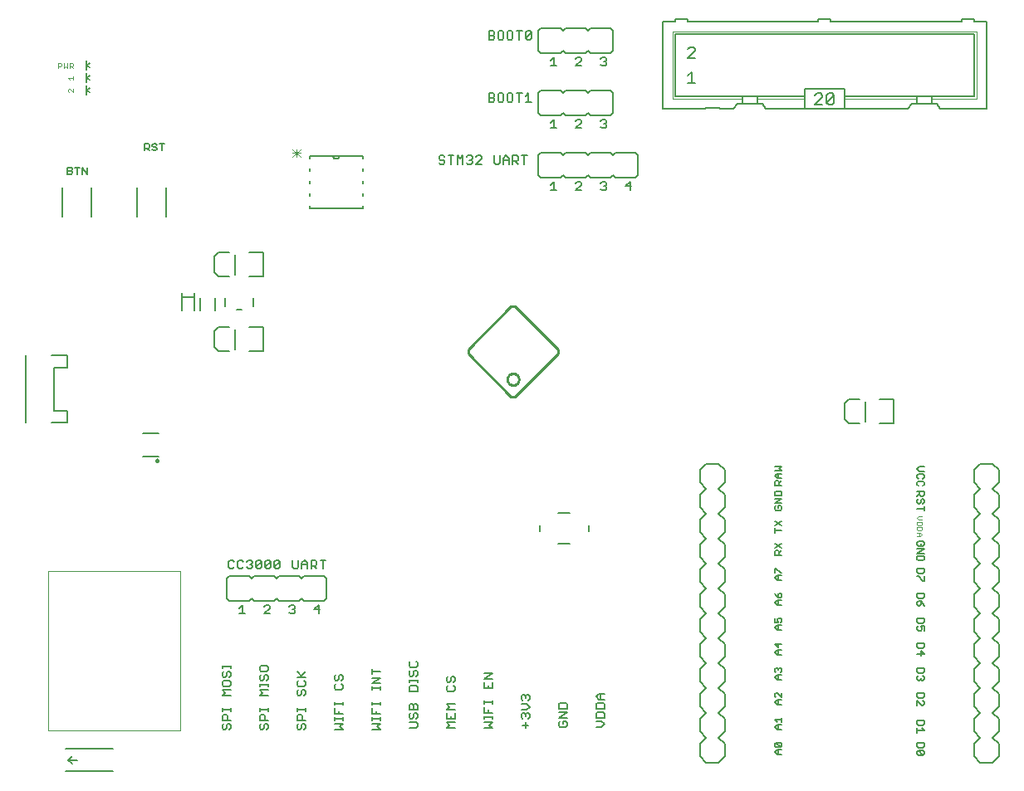
<source format=gto>
G75*
G70*
%OFA0B0*%
%FSLAX24Y24*%
%IPPOS*%
%LPD*%
%AMOC8*
5,1,8,0,0,1.08239X$1,22.5*
%
%ADD10C,0.0050*%
%ADD11C,0.0040*%
%ADD12C,0.0060*%
%ADD13C,0.0080*%
%ADD14C,0.0100*%
%ADD15C,0.0020*%
%ADD16C,0.0030*%
%ADD17C,0.0020*%
D10*
X010268Y007180D02*
X010495Y007180D01*
X010381Y007180D02*
X010381Y007520D01*
X010268Y007407D01*
X011268Y007464D02*
X011325Y007520D01*
X011438Y007520D01*
X011495Y007464D01*
X011495Y007407D01*
X011268Y007180D01*
X011495Y007180D01*
X012268Y007237D02*
X012325Y007180D01*
X012438Y007180D01*
X012495Y007237D01*
X012495Y007293D01*
X012438Y007350D01*
X012381Y007350D01*
X012438Y007350D02*
X012495Y007407D01*
X012495Y007464D01*
X012438Y007520D01*
X012325Y007520D01*
X012268Y007464D01*
X013268Y007350D02*
X013495Y007350D01*
X013438Y007180D02*
X013438Y007520D01*
X013268Y007350D01*
X007008Y013364D02*
X006968Y013364D01*
X006968Y013325D01*
X010093Y017805D02*
X010093Y018605D01*
X010093Y020805D02*
X010093Y021605D01*
X007333Y023114D02*
X007333Y024296D01*
X006152Y024296D02*
X006152Y023114D01*
X004333Y023114D02*
X004333Y024296D01*
X004137Y024830D02*
X004137Y025100D01*
X003957Y025100D02*
X004137Y024830D01*
X003957Y024830D02*
X003957Y025100D01*
X003843Y025100D02*
X003662Y025100D01*
X003753Y025100D02*
X003753Y024830D01*
X003548Y024875D02*
X003503Y024830D01*
X003368Y024830D01*
X003368Y025100D01*
X003503Y025100D01*
X003548Y025055D01*
X003548Y025010D01*
X003503Y024965D01*
X003368Y024965D01*
X003503Y024965D02*
X003548Y024920D01*
X003548Y024875D01*
X003152Y024296D02*
X003152Y023114D01*
X006468Y025780D02*
X006468Y026050D01*
X006603Y026050D01*
X006648Y026005D01*
X006648Y025915D01*
X006603Y025870D01*
X006468Y025870D01*
X006558Y025870D02*
X006648Y025780D01*
X006762Y025825D02*
X006807Y025780D01*
X006898Y025780D01*
X006943Y025825D01*
X006943Y025870D01*
X006898Y025915D01*
X006807Y025915D01*
X006762Y025960D01*
X006762Y026005D01*
X006807Y026050D01*
X006898Y026050D01*
X006943Y026005D01*
X007057Y026050D02*
X007237Y026050D01*
X007147Y026050D02*
X007147Y025780D01*
X022768Y026680D02*
X022995Y026680D01*
X022881Y026680D02*
X022881Y027020D01*
X022768Y026907D01*
X023768Y026964D02*
X023825Y027020D01*
X023938Y027020D01*
X023995Y026964D01*
X023995Y026907D01*
X023768Y026680D01*
X023995Y026680D01*
X024768Y026737D02*
X024825Y026680D01*
X024938Y026680D01*
X024995Y026737D01*
X024995Y026793D01*
X024938Y026850D01*
X024881Y026850D01*
X024938Y026850D02*
X024995Y026907D01*
X024995Y026964D01*
X024938Y027020D01*
X024825Y027020D01*
X024768Y026964D01*
X024825Y029180D02*
X024768Y029237D01*
X024825Y029180D02*
X024938Y029180D01*
X024995Y029237D01*
X024995Y029293D01*
X024938Y029350D01*
X024881Y029350D01*
X024938Y029350D02*
X024995Y029407D01*
X024995Y029464D01*
X024938Y029520D01*
X024825Y029520D01*
X024768Y029464D01*
X023995Y029464D02*
X023938Y029520D01*
X023825Y029520D01*
X023768Y029464D01*
X023995Y029464D02*
X023995Y029407D01*
X023768Y029180D01*
X023995Y029180D01*
X022995Y029180D02*
X022768Y029180D01*
X022881Y029180D02*
X022881Y029520D01*
X022768Y029407D01*
X028268Y029480D02*
X028568Y029780D01*
X028568Y029855D01*
X028493Y029930D01*
X028343Y029930D01*
X028268Y029855D01*
X028268Y029480D02*
X028568Y029480D01*
X028418Y028930D02*
X028268Y028780D01*
X028418Y028930D02*
X028418Y028480D01*
X028268Y028480D02*
X028568Y028480D01*
X033368Y028005D02*
X033443Y028080D01*
X033593Y028080D01*
X033668Y028005D01*
X033668Y027930D01*
X033368Y027630D01*
X033668Y027630D01*
X033828Y027705D02*
X034128Y028005D01*
X034128Y027705D01*
X034053Y027630D01*
X033903Y027630D01*
X033828Y027705D01*
X033828Y028005D01*
X033903Y028080D01*
X034053Y028080D01*
X034128Y028005D01*
X025938Y024520D02*
X025938Y024180D01*
X025995Y024350D02*
X025768Y024350D01*
X025938Y024520D01*
X024995Y024464D02*
X024995Y024407D01*
X024938Y024350D01*
X024995Y024293D01*
X024995Y024237D01*
X024938Y024180D01*
X024825Y024180D01*
X024768Y024237D01*
X024881Y024350D02*
X024938Y024350D01*
X024995Y024464D02*
X024938Y024520D01*
X024825Y024520D01*
X024768Y024464D01*
X023995Y024464D02*
X023938Y024520D01*
X023825Y024520D01*
X023768Y024464D01*
X023995Y024464D02*
X023995Y024407D01*
X023768Y024180D01*
X023995Y024180D01*
X022995Y024180D02*
X022768Y024180D01*
X022881Y024180D02*
X022881Y024520D01*
X022768Y024407D01*
X035393Y015705D02*
X035393Y014905D01*
X037468Y012990D02*
X037558Y012900D01*
X037738Y012900D01*
X037693Y012785D02*
X037513Y012785D01*
X037468Y012740D01*
X037468Y012650D01*
X037513Y012605D01*
X037513Y012491D02*
X037468Y012446D01*
X037468Y012356D01*
X037513Y012311D01*
X037513Y012491D02*
X037693Y012491D01*
X037738Y012446D01*
X037738Y012356D01*
X037693Y012311D01*
X037738Y012080D02*
X037468Y012080D01*
X037558Y012080D02*
X037558Y011945D01*
X037603Y011900D01*
X037693Y011900D01*
X037738Y011945D01*
X037738Y012080D01*
X037558Y011990D02*
X037468Y011900D01*
X037513Y011785D02*
X037468Y011740D01*
X037468Y011650D01*
X037513Y011605D01*
X037558Y011605D01*
X037603Y011650D01*
X037603Y011740D01*
X037648Y011785D01*
X037693Y011785D01*
X037738Y011740D01*
X037738Y011650D01*
X037693Y011605D01*
X037738Y011491D02*
X037738Y011311D01*
X037738Y011401D02*
X037468Y011401D01*
X037693Y012605D02*
X037738Y012650D01*
X037738Y012740D01*
X037693Y012785D01*
X037738Y013080D02*
X037558Y013080D01*
X037468Y012990D01*
X037513Y010080D02*
X037468Y010035D01*
X037468Y009945D01*
X037513Y009900D01*
X037603Y009900D01*
X037603Y009990D01*
X037693Y010080D02*
X037513Y010080D01*
X037693Y010080D02*
X037738Y010035D01*
X037738Y009945D01*
X037693Y009900D01*
X037738Y009785D02*
X037468Y009605D01*
X037738Y009605D01*
X037738Y009491D02*
X037738Y009356D01*
X037693Y009311D01*
X037513Y009311D01*
X037468Y009356D01*
X037468Y009491D01*
X037738Y009491D01*
X037738Y009785D02*
X037468Y009785D01*
X037468Y008980D02*
X037468Y008845D01*
X037513Y008800D01*
X037693Y008800D01*
X037738Y008845D01*
X037738Y008980D01*
X037468Y008980D01*
X037468Y008685D02*
X037513Y008685D01*
X037693Y008505D01*
X037738Y008505D01*
X037738Y008685D01*
X037738Y007980D02*
X037468Y007980D01*
X037468Y007845D01*
X037513Y007800D01*
X037693Y007800D01*
X037738Y007845D01*
X037738Y007980D01*
X037603Y007685D02*
X037513Y007685D01*
X037468Y007640D01*
X037468Y007550D01*
X037513Y007505D01*
X037558Y007505D01*
X037603Y007550D01*
X037603Y007685D01*
X037693Y007595D01*
X037738Y007505D01*
X037738Y006980D02*
X037468Y006980D01*
X037468Y006845D01*
X037513Y006800D01*
X037693Y006800D01*
X037738Y006845D01*
X037738Y006980D01*
X037738Y006685D02*
X037603Y006685D01*
X037648Y006595D01*
X037648Y006550D01*
X037603Y006505D01*
X037513Y006505D01*
X037468Y006550D01*
X037468Y006640D01*
X037513Y006685D01*
X037738Y006685D02*
X037738Y006505D01*
X037738Y005980D02*
X037468Y005980D01*
X037468Y005845D01*
X037513Y005800D01*
X037693Y005800D01*
X037738Y005845D01*
X037738Y005980D01*
X037603Y005685D02*
X037603Y005505D01*
X037738Y005550D02*
X037603Y005685D01*
X037468Y005550D02*
X037738Y005550D01*
X037738Y004980D02*
X037468Y004980D01*
X037468Y004845D01*
X037513Y004800D01*
X037693Y004800D01*
X037738Y004845D01*
X037738Y004980D01*
X037693Y004685D02*
X037738Y004640D01*
X037738Y004550D01*
X037693Y004505D01*
X037648Y004505D01*
X037603Y004550D01*
X037558Y004505D01*
X037513Y004505D01*
X037468Y004550D01*
X037468Y004640D01*
X037513Y004685D01*
X037603Y004595D02*
X037603Y004550D01*
X037738Y003980D02*
X037468Y003980D01*
X037468Y003845D01*
X037513Y003800D01*
X037693Y003800D01*
X037738Y003845D01*
X037738Y003980D01*
X037693Y003685D02*
X037738Y003640D01*
X037738Y003550D01*
X037693Y003505D01*
X037648Y003505D01*
X037468Y003685D01*
X037468Y003505D01*
X037468Y002880D02*
X037468Y002745D01*
X037513Y002700D01*
X037693Y002700D01*
X037738Y002745D01*
X037738Y002880D01*
X037468Y002880D01*
X037468Y002585D02*
X037468Y002405D01*
X037468Y002495D02*
X037738Y002495D01*
X037648Y002585D01*
X037738Y001980D02*
X037468Y001980D01*
X037468Y001845D01*
X037513Y001800D01*
X037693Y001800D01*
X037738Y001845D01*
X037738Y001980D01*
X037693Y001685D02*
X037513Y001685D01*
X037693Y001505D01*
X037513Y001505D01*
X037468Y001550D01*
X037468Y001640D01*
X037513Y001685D01*
X037693Y001685D02*
X037738Y001640D01*
X037738Y001550D01*
X037693Y001505D01*
X032018Y001530D02*
X031838Y001530D01*
X031748Y001620D01*
X031838Y001710D01*
X032018Y001710D01*
X031973Y001825D02*
X031793Y002005D01*
X031973Y002005D01*
X032018Y001960D01*
X032018Y001870D01*
X031973Y001825D01*
X031793Y001825D01*
X031748Y001870D01*
X031748Y001960D01*
X031793Y002005D01*
X031883Y001710D02*
X031883Y001530D01*
X031883Y002530D02*
X031883Y002710D01*
X031838Y002710D02*
X032018Y002710D01*
X032018Y002825D02*
X032018Y003005D01*
X032018Y002915D02*
X031748Y002915D01*
X031838Y002825D01*
X031838Y002710D02*
X031748Y002620D01*
X031838Y002530D01*
X032018Y002530D01*
X032018Y003530D02*
X031838Y003530D01*
X031748Y003620D01*
X031838Y003710D01*
X032018Y003710D01*
X032018Y003825D02*
X031838Y004005D01*
X031793Y004005D01*
X031748Y003960D01*
X031748Y003870D01*
X031793Y003825D01*
X031883Y003710D02*
X031883Y003530D01*
X032018Y003825D02*
X032018Y004005D01*
X032018Y004530D02*
X031838Y004530D01*
X031748Y004620D01*
X031838Y004710D01*
X032018Y004710D01*
X031973Y004825D02*
X032018Y004870D01*
X032018Y004960D01*
X031973Y005005D01*
X031928Y005005D01*
X031883Y004960D01*
X031883Y004915D01*
X031883Y004960D02*
X031838Y005005D01*
X031793Y005005D01*
X031748Y004960D01*
X031748Y004870D01*
X031793Y004825D01*
X031883Y004710D02*
X031883Y004530D01*
X031883Y005530D02*
X031883Y005710D01*
X031838Y005710D02*
X032018Y005710D01*
X031883Y005825D02*
X031883Y006005D01*
X032018Y005960D02*
X031748Y005960D01*
X031883Y005825D01*
X031838Y005710D02*
X031748Y005620D01*
X031838Y005530D01*
X032018Y005530D01*
X032018Y006530D02*
X031838Y006530D01*
X031748Y006620D01*
X031838Y006710D01*
X032018Y006710D01*
X031973Y006825D02*
X032018Y006870D01*
X032018Y006960D01*
X031973Y007005D01*
X031883Y007005D01*
X031838Y006960D01*
X031838Y006915D01*
X031883Y006825D01*
X031748Y006825D01*
X031748Y007005D01*
X031883Y006710D02*
X031883Y006530D01*
X031883Y007530D02*
X031883Y007710D01*
X031838Y007710D02*
X032018Y007710D01*
X031973Y007825D02*
X032018Y007870D01*
X032018Y007960D01*
X031973Y008005D01*
X031928Y008005D01*
X031883Y007960D01*
X031883Y007825D01*
X031973Y007825D01*
X031883Y007825D02*
X031793Y007915D01*
X031748Y008005D01*
X031838Y007710D02*
X031748Y007620D01*
X031838Y007530D01*
X032018Y007530D01*
X032018Y008530D02*
X031838Y008530D01*
X031748Y008620D01*
X031838Y008710D01*
X032018Y008710D01*
X032018Y008825D02*
X031973Y008825D01*
X031793Y009005D01*
X031748Y009005D01*
X031748Y008825D01*
X031883Y008710D02*
X031883Y008530D01*
X031928Y009530D02*
X031928Y009665D01*
X031883Y009710D01*
X031793Y009710D01*
X031748Y009665D01*
X031748Y009530D01*
X032018Y009530D01*
X031928Y009620D02*
X032018Y009710D01*
X032018Y009825D02*
X031748Y010005D01*
X031748Y009825D02*
X032018Y010005D01*
X031748Y010430D02*
X031748Y010610D01*
X031748Y010520D02*
X032018Y010520D01*
X032018Y010725D02*
X031748Y010905D01*
X031748Y010725D02*
X032018Y010905D01*
X031973Y011330D02*
X032018Y011375D01*
X032018Y011465D01*
X031973Y011510D01*
X031883Y011510D01*
X031883Y011420D01*
X031793Y011330D02*
X031973Y011330D01*
X031793Y011330D02*
X031748Y011375D01*
X031748Y011465D01*
X031793Y011510D01*
X031748Y011625D02*
X032018Y011805D01*
X031748Y011805D01*
X031748Y011919D02*
X031748Y012054D01*
X031793Y012099D01*
X031973Y012099D01*
X032018Y012054D01*
X032018Y011919D01*
X031748Y011919D01*
X031748Y011625D02*
X032018Y011625D01*
X032018Y012330D02*
X031748Y012330D01*
X031748Y012465D01*
X031793Y012510D01*
X031883Y012510D01*
X031928Y012465D01*
X031928Y012330D01*
X031928Y012420D02*
X032018Y012510D01*
X032018Y012625D02*
X031838Y012625D01*
X031748Y012715D01*
X031838Y012805D01*
X032018Y012805D01*
X032018Y012919D02*
X031928Y013009D01*
X032018Y013099D01*
X031748Y013099D01*
X031748Y012919D02*
X032018Y012919D01*
X031883Y012805D02*
X031883Y012625D01*
D11*
X037463Y011018D02*
X037530Y010952D01*
X037663Y010952D01*
X037663Y010864D02*
X037663Y010764D01*
X037630Y010731D01*
X037496Y010731D01*
X037463Y010764D01*
X037463Y010864D01*
X037663Y010864D01*
X037663Y010643D02*
X037663Y010543D01*
X037630Y010510D01*
X037496Y010510D01*
X037463Y010543D01*
X037463Y010643D01*
X037663Y010643D01*
X037596Y010422D02*
X037463Y010422D01*
X037563Y010422D02*
X037563Y010289D01*
X037596Y010289D02*
X037463Y010289D01*
X037596Y010289D02*
X037663Y010355D01*
X037596Y010422D01*
X037463Y011018D02*
X037530Y011085D01*
X037663Y011085D01*
X003573Y028125D02*
X003439Y028258D01*
X003406Y028258D01*
X003373Y028225D01*
X003373Y028158D01*
X003406Y028125D01*
X003573Y028125D02*
X003573Y028258D01*
X003573Y028625D02*
X003573Y028758D01*
X003573Y028692D02*
X003373Y028692D01*
X003439Y028625D01*
X003442Y029085D02*
X003442Y029285D01*
X003542Y029285D01*
X003575Y029252D01*
X003575Y029185D01*
X003542Y029152D01*
X003442Y029152D01*
X003509Y029152D02*
X003575Y029085D01*
X003354Y029085D02*
X003354Y029285D01*
X003221Y029285D02*
X003221Y029085D01*
X003288Y029152D01*
X003354Y029085D01*
X003133Y029185D02*
X003100Y029152D01*
X003000Y029152D01*
X003000Y029085D02*
X003000Y029285D01*
X003100Y029285D01*
X003133Y029252D01*
X003133Y029185D01*
D12*
X013083Y025565D02*
X013083Y025465D01*
X013083Y025565D02*
X014023Y025565D01*
X014263Y025565D01*
X015203Y025565D01*
X015203Y025465D01*
X015203Y025045D02*
X015203Y024965D01*
X015203Y024545D02*
X015203Y024465D01*
X015203Y024045D02*
X015203Y023965D01*
X015203Y023545D02*
X015203Y023445D01*
X013083Y023445D01*
X013083Y023545D01*
X013083Y023965D02*
X013083Y024045D01*
X013083Y024465D02*
X013083Y024545D01*
X013083Y024965D02*
X013083Y025045D01*
X014023Y025565D02*
X014025Y025544D01*
X014030Y025524D01*
X014039Y025505D01*
X014051Y025488D01*
X014066Y025473D01*
X014083Y025461D01*
X014102Y025452D01*
X014122Y025447D01*
X014143Y025445D01*
X014164Y025447D01*
X014184Y025452D01*
X014203Y025461D01*
X014220Y025473D01*
X014235Y025488D01*
X014247Y025505D01*
X014256Y025524D01*
X014261Y025544D01*
X014263Y025565D01*
X018273Y025519D02*
X018273Y025462D01*
X018330Y025405D01*
X018443Y025405D01*
X018500Y025348D01*
X018500Y025292D01*
X018443Y025235D01*
X018330Y025235D01*
X018273Y025292D01*
X018273Y025519D02*
X018330Y025575D01*
X018443Y025575D01*
X018500Y025519D01*
X018641Y025575D02*
X018868Y025575D01*
X018755Y025575D02*
X018755Y025235D01*
X019009Y025235D02*
X019009Y025575D01*
X019123Y025462D01*
X019236Y025575D01*
X019236Y025235D01*
X019378Y025292D02*
X019434Y025235D01*
X019548Y025235D01*
X019605Y025292D01*
X019605Y025348D01*
X019548Y025405D01*
X019491Y025405D01*
X019548Y025405D02*
X019605Y025462D01*
X019605Y025519D01*
X019548Y025575D01*
X019434Y025575D01*
X019378Y025519D01*
X019746Y025519D02*
X019803Y025575D01*
X019916Y025575D01*
X019973Y025519D01*
X019973Y025462D01*
X019746Y025235D01*
X019973Y025235D01*
X020483Y025292D02*
X020539Y025235D01*
X020653Y025235D01*
X020710Y025292D01*
X020710Y025575D01*
X020851Y025462D02*
X020964Y025575D01*
X021078Y025462D01*
X021078Y025235D01*
X021219Y025235D02*
X021219Y025575D01*
X021389Y025575D01*
X021446Y025519D01*
X021446Y025405D01*
X021389Y025348D01*
X021219Y025348D01*
X021333Y025348D02*
X021446Y025235D01*
X021701Y025235D02*
X021701Y025575D01*
X021588Y025575D02*
X021814Y025575D01*
X022243Y025605D02*
X022343Y025705D01*
X023143Y025705D01*
X023243Y025605D01*
X023343Y025705D01*
X024143Y025705D01*
X024243Y025605D01*
X024343Y025705D01*
X025143Y025705D01*
X025243Y025605D01*
X025343Y025705D01*
X026143Y025705D01*
X026243Y025605D01*
X026243Y024805D01*
X026143Y024705D01*
X025343Y024705D01*
X025243Y024805D01*
X025143Y024705D01*
X024343Y024705D01*
X024243Y024805D01*
X024143Y024705D01*
X023343Y024705D01*
X023243Y024805D01*
X023143Y024705D01*
X022343Y024705D01*
X022243Y024805D01*
X022243Y025605D01*
X021078Y025405D02*
X020851Y025405D01*
X020851Y025462D02*
X020851Y025235D01*
X020483Y025292D02*
X020483Y025575D01*
X022243Y027305D02*
X022343Y027205D01*
X023143Y027205D01*
X023243Y027305D01*
X023343Y027205D01*
X024143Y027205D01*
X024243Y027305D01*
X024343Y027205D01*
X025143Y027205D01*
X025243Y027305D01*
X025243Y028105D01*
X025143Y028205D01*
X024343Y028205D01*
X024243Y028105D01*
X024143Y028205D01*
X023343Y028205D01*
X023243Y028105D01*
X023143Y028205D01*
X022343Y028205D01*
X022243Y028105D01*
X022243Y027305D01*
X021973Y027735D02*
X021746Y027735D01*
X021859Y027735D02*
X021859Y028075D01*
X021746Y027962D01*
X021605Y028075D02*
X021378Y028075D01*
X021491Y028075D02*
X021491Y027735D01*
X021236Y027792D02*
X021236Y028019D01*
X021180Y028075D01*
X021066Y028075D01*
X021009Y028019D01*
X021009Y027792D01*
X021066Y027735D01*
X021180Y027735D01*
X021236Y027792D01*
X020868Y027792D02*
X020868Y028019D01*
X020811Y028075D01*
X020698Y028075D01*
X020641Y028019D01*
X020641Y027792D01*
X020698Y027735D01*
X020811Y027735D01*
X020868Y027792D01*
X020500Y027792D02*
X020443Y027735D01*
X020273Y027735D01*
X020273Y028075D01*
X020443Y028075D01*
X020500Y028019D01*
X020500Y027962D01*
X020443Y027905D01*
X020273Y027905D01*
X020443Y027905D02*
X020500Y027848D01*
X020500Y027792D01*
X022343Y029705D02*
X023143Y029705D01*
X023243Y029805D01*
X023343Y029705D01*
X024143Y029705D01*
X024243Y029805D01*
X024343Y029705D01*
X025143Y029705D01*
X025243Y029805D01*
X025243Y030605D01*
X025143Y030705D01*
X024343Y030705D01*
X024243Y030605D01*
X024143Y030705D01*
X023343Y030705D01*
X023243Y030605D01*
X023143Y030705D01*
X022343Y030705D01*
X022243Y030605D01*
X022243Y029805D01*
X022343Y029705D01*
X021916Y030235D02*
X021803Y030235D01*
X021746Y030292D01*
X021973Y030519D01*
X021973Y030292D01*
X021916Y030235D01*
X021746Y030292D02*
X021746Y030519D01*
X021803Y030575D01*
X021916Y030575D01*
X021973Y030519D01*
X021605Y030575D02*
X021378Y030575D01*
X021491Y030575D02*
X021491Y030235D01*
X021236Y030292D02*
X021236Y030519D01*
X021180Y030575D01*
X021066Y030575D01*
X021009Y030519D01*
X021009Y030292D01*
X021066Y030235D01*
X021180Y030235D01*
X021236Y030292D01*
X020868Y030292D02*
X020868Y030519D01*
X020811Y030575D01*
X020698Y030575D01*
X020641Y030519D01*
X020641Y030292D01*
X020698Y030235D01*
X020811Y030235D01*
X020868Y030292D01*
X020500Y030292D02*
X020500Y030348D01*
X020443Y030405D01*
X020273Y030405D01*
X020443Y030405D02*
X020500Y030462D01*
X020500Y030519D01*
X020443Y030575D01*
X020273Y030575D01*
X020273Y030235D01*
X020443Y030235D01*
X020500Y030292D01*
X027243Y030955D02*
X027243Y027455D01*
X028943Y027455D01*
X028943Y027505D01*
X029543Y027505D01*
X029543Y027455D01*
X030093Y027455D01*
X030243Y027655D01*
X030443Y027655D01*
X031043Y027655D01*
X031243Y027655D01*
X031393Y027455D01*
X032943Y027455D01*
X032943Y027855D01*
X032943Y027955D01*
X031043Y027955D01*
X030443Y027955D01*
X027743Y027955D01*
X027743Y030455D01*
X039743Y030455D01*
X039743Y027955D01*
X038043Y027955D01*
X037443Y027955D01*
X034543Y027955D01*
X034543Y027855D01*
X034543Y027455D01*
X032943Y027455D01*
X032943Y027955D02*
X032943Y028255D01*
X034543Y028255D01*
X034543Y027955D01*
X034543Y027455D02*
X037093Y027455D01*
X037243Y027655D01*
X037443Y027655D01*
X038043Y027655D01*
X038043Y027855D01*
X038043Y027955D01*
X038043Y027655D02*
X038243Y027655D01*
X038393Y027455D01*
X040243Y027455D01*
X040243Y030955D01*
X039743Y030955D01*
X039743Y031055D01*
X039243Y031055D01*
X039243Y030955D01*
X033993Y030955D01*
X033993Y031055D01*
X033493Y031055D01*
X033493Y030955D01*
X028243Y030955D01*
X028243Y031055D01*
X027743Y031055D01*
X027743Y030955D01*
X027243Y030955D01*
X030443Y027955D02*
X030443Y027855D01*
X030443Y027655D01*
X031043Y027655D02*
X031043Y027855D01*
X031043Y027955D01*
X037443Y027955D02*
X037443Y027855D01*
X037443Y027655D01*
X013733Y009325D02*
X013506Y009325D01*
X013619Y009325D02*
X013619Y008985D01*
X013364Y008985D02*
X013251Y009098D01*
X013308Y009098D02*
X013138Y009098D01*
X013138Y008985D02*
X013138Y009325D01*
X013308Y009325D01*
X013364Y009269D01*
X013364Y009155D01*
X013308Y009098D01*
X012996Y009155D02*
X012769Y009155D01*
X012769Y009212D02*
X012883Y009325D01*
X012996Y009212D01*
X012996Y008985D01*
X012769Y008985D02*
X012769Y009212D01*
X012628Y009325D02*
X012628Y009042D01*
X012571Y008985D01*
X012458Y008985D01*
X012401Y009042D01*
X012401Y009325D01*
X011891Y009269D02*
X011664Y009042D01*
X011721Y008985D01*
X011835Y008985D01*
X011891Y009042D01*
X011891Y009269D01*
X011835Y009325D01*
X011721Y009325D01*
X011664Y009269D01*
X011664Y009042D01*
X011523Y009042D02*
X011466Y008985D01*
X011353Y008985D01*
X011296Y009042D01*
X011523Y009269D01*
X011523Y009042D01*
X011523Y009269D02*
X011466Y009325D01*
X011353Y009325D01*
X011296Y009269D01*
X011296Y009042D01*
X011155Y009042D02*
X011098Y008985D01*
X010984Y008985D01*
X010928Y009042D01*
X011155Y009269D01*
X011155Y009042D01*
X011155Y009269D02*
X011098Y009325D01*
X010984Y009325D01*
X010928Y009269D01*
X010928Y009042D01*
X010786Y009042D02*
X010730Y008985D01*
X010616Y008985D01*
X010559Y009042D01*
X010418Y009042D02*
X010361Y008985D01*
X010248Y008985D01*
X010191Y009042D01*
X010191Y009269D01*
X010248Y009325D01*
X010361Y009325D01*
X010418Y009269D01*
X010559Y009269D02*
X010616Y009325D01*
X010730Y009325D01*
X010786Y009269D01*
X010786Y009212D01*
X010730Y009155D01*
X010786Y009098D01*
X010786Y009042D01*
X010730Y009155D02*
X010673Y009155D01*
X010643Y008705D02*
X009843Y008705D01*
X009743Y008605D01*
X009743Y007805D01*
X009843Y007705D01*
X010643Y007705D01*
X010743Y007805D01*
X010843Y007705D01*
X011643Y007705D01*
X011743Y007805D01*
X011843Y007705D01*
X012643Y007705D01*
X012743Y007805D01*
X012843Y007705D01*
X013643Y007705D01*
X013743Y007805D01*
X013743Y008605D01*
X013643Y008705D01*
X012843Y008705D01*
X012743Y008605D01*
X012643Y008705D01*
X011843Y008705D01*
X011743Y008605D01*
X011643Y008705D01*
X010843Y008705D01*
X010743Y008605D01*
X010643Y008705D01*
X010050Y009042D02*
X009993Y008985D01*
X009880Y008985D01*
X009823Y009042D01*
X009823Y009269D01*
X009880Y009325D01*
X009993Y009325D01*
X010050Y009269D01*
X009913Y005104D02*
X009913Y004990D01*
X009913Y005047D02*
X009573Y005047D01*
X009573Y004990D02*
X009573Y005104D01*
X009629Y004849D02*
X009573Y004792D01*
X009573Y004679D01*
X009629Y004622D01*
X009686Y004622D01*
X009743Y004679D01*
X009743Y004792D01*
X009799Y004849D01*
X009856Y004849D01*
X009913Y004792D01*
X009913Y004679D01*
X009856Y004622D01*
X009856Y004481D02*
X009629Y004481D01*
X009573Y004424D01*
X009573Y004311D01*
X009629Y004254D01*
X009856Y004254D01*
X009913Y004311D01*
X009913Y004424D01*
X009856Y004481D01*
X009913Y004112D02*
X009573Y004112D01*
X009686Y003999D01*
X009573Y003885D01*
X009913Y003885D01*
X009913Y003385D02*
X009913Y003272D01*
X009913Y003328D02*
X009573Y003328D01*
X009573Y003272D02*
X009573Y003385D01*
X009629Y003130D02*
X009573Y003073D01*
X009573Y002903D01*
X009913Y002903D01*
X009799Y002903D02*
X009799Y003073D01*
X009743Y003130D01*
X009629Y003130D01*
X009629Y002762D02*
X009573Y002705D01*
X009573Y002592D01*
X009629Y002535D01*
X009686Y002535D01*
X009743Y002592D01*
X009743Y002705D01*
X009799Y002762D01*
X009856Y002762D01*
X009913Y002705D01*
X009913Y002592D01*
X009856Y002535D01*
X011073Y002592D02*
X011129Y002535D01*
X011186Y002535D01*
X011243Y002592D01*
X011243Y002705D01*
X011299Y002762D01*
X011356Y002762D01*
X011413Y002705D01*
X011413Y002592D01*
X011356Y002535D01*
X011073Y002592D02*
X011073Y002705D01*
X011129Y002762D01*
X011073Y002903D02*
X011073Y003073D01*
X011129Y003130D01*
X011243Y003130D01*
X011299Y003073D01*
X011299Y002903D01*
X011413Y002903D02*
X011073Y002903D01*
X011073Y003272D02*
X011073Y003385D01*
X011073Y003328D02*
X011413Y003328D01*
X011413Y003272D02*
X011413Y003385D01*
X011413Y003885D02*
X011073Y003885D01*
X011186Y003999D01*
X011073Y004112D01*
X011413Y004112D01*
X011413Y004254D02*
X011413Y004367D01*
X011413Y004311D02*
X011073Y004311D01*
X011073Y004367D02*
X011073Y004254D01*
X011129Y004499D02*
X011186Y004499D01*
X011243Y004556D01*
X011243Y004669D01*
X011299Y004726D01*
X011356Y004726D01*
X011413Y004669D01*
X011413Y004556D01*
X011356Y004499D01*
X011129Y004499D02*
X011073Y004556D01*
X011073Y004669D01*
X011129Y004726D01*
X011129Y004868D02*
X011356Y004868D01*
X011413Y004924D01*
X011413Y005038D01*
X011356Y005095D01*
X011129Y005095D01*
X011073Y005038D01*
X011073Y004924D01*
X011129Y004868D01*
X012573Y004849D02*
X012799Y004622D01*
X012743Y004679D02*
X012913Y004849D01*
X012913Y004622D02*
X012573Y004622D01*
X012629Y004481D02*
X012573Y004424D01*
X012573Y004311D01*
X012629Y004254D01*
X012856Y004254D01*
X012913Y004311D01*
X012913Y004424D01*
X012856Y004481D01*
X012856Y004112D02*
X012913Y004056D01*
X012913Y003942D01*
X012856Y003885D01*
X012743Y003942D02*
X012743Y004056D01*
X012799Y004112D01*
X012856Y004112D01*
X012743Y003942D02*
X012686Y003885D01*
X012629Y003885D01*
X012573Y003942D01*
X012573Y004056D01*
X012629Y004112D01*
X012573Y003385D02*
X012573Y003272D01*
X012573Y003328D02*
X012913Y003328D01*
X012913Y003272D02*
X012913Y003385D01*
X012743Y003130D02*
X012799Y003073D01*
X012799Y002903D01*
X012913Y002903D02*
X012573Y002903D01*
X012573Y003073D01*
X012629Y003130D01*
X012743Y003130D01*
X012799Y002762D02*
X012856Y002762D01*
X012913Y002705D01*
X012913Y002592D01*
X012856Y002535D01*
X012743Y002592D02*
X012686Y002535D01*
X012629Y002535D01*
X012573Y002592D01*
X012573Y002705D01*
X012629Y002762D01*
X012743Y002705D02*
X012799Y002762D01*
X012743Y002705D02*
X012743Y002592D01*
X014073Y002535D02*
X014413Y002535D01*
X014299Y002648D01*
X014413Y002762D01*
X014073Y002762D01*
X014073Y002903D02*
X014073Y003017D01*
X014073Y002960D02*
X014413Y002960D01*
X014413Y002903D02*
X014413Y003017D01*
X014413Y003149D02*
X014073Y003149D01*
X014073Y003376D01*
X014073Y003517D02*
X014073Y003631D01*
X014073Y003574D02*
X014413Y003574D01*
X014413Y003517D02*
X014413Y003631D01*
X014243Y003262D02*
X014243Y003149D01*
X014129Y004131D02*
X014356Y004131D01*
X014413Y004188D01*
X014413Y004301D01*
X014356Y004358D01*
X014356Y004499D02*
X014413Y004556D01*
X014413Y004669D01*
X014356Y004726D01*
X014299Y004726D01*
X014243Y004669D01*
X014243Y004556D01*
X014186Y004499D01*
X014129Y004499D01*
X014073Y004556D01*
X014073Y004669D01*
X014129Y004726D01*
X014129Y004358D02*
X014073Y004301D01*
X014073Y004188D01*
X014129Y004131D01*
X015573Y004131D02*
X015573Y004244D01*
X015573Y004188D02*
X015913Y004188D01*
X015913Y004244D02*
X015913Y004131D01*
X015913Y004377D02*
X015573Y004377D01*
X015913Y004603D01*
X015573Y004603D01*
X015573Y004745D02*
X015573Y004972D01*
X015573Y004858D02*
X015913Y004858D01*
X017073Y004842D02*
X017073Y004729D01*
X017129Y004672D01*
X017186Y004672D01*
X017243Y004729D01*
X017243Y004842D01*
X017299Y004899D01*
X017356Y004899D01*
X017413Y004842D01*
X017413Y004729D01*
X017356Y004672D01*
X017413Y004540D02*
X017413Y004427D01*
X017413Y004483D02*
X017073Y004483D01*
X017073Y004427D02*
X017073Y004540D01*
X017129Y004285D02*
X017073Y004228D01*
X017073Y004058D01*
X017413Y004058D01*
X017413Y004228D01*
X017356Y004285D01*
X017129Y004285D01*
X017073Y004842D02*
X017129Y004899D01*
X017129Y005040D02*
X017356Y005040D01*
X017413Y005097D01*
X017413Y005211D01*
X017356Y005267D01*
X017129Y005267D02*
X017073Y005211D01*
X017073Y005097D01*
X017129Y005040D01*
X018573Y004597D02*
X018573Y004483D01*
X018629Y004427D01*
X018686Y004427D01*
X018743Y004483D01*
X018743Y004597D01*
X018799Y004653D01*
X018856Y004653D01*
X018913Y004597D01*
X018913Y004483D01*
X018856Y004427D01*
X018856Y004285D02*
X018913Y004228D01*
X018913Y004115D01*
X018856Y004058D01*
X018629Y004058D01*
X018573Y004115D01*
X018573Y004228D01*
X018629Y004285D01*
X018573Y004597D02*
X018629Y004653D01*
X018573Y003548D02*
X018913Y003548D01*
X018913Y003322D02*
X018573Y003322D01*
X018686Y003435D01*
X018573Y003548D01*
X018573Y003180D02*
X018573Y002953D01*
X018913Y002953D01*
X018913Y003180D01*
X018743Y003067D02*
X018743Y002953D01*
X018573Y002812D02*
X018913Y002812D01*
X018913Y002585D02*
X018573Y002585D01*
X018686Y002698D01*
X018573Y002812D01*
X017413Y002755D02*
X017356Y002812D01*
X017073Y002812D01*
X017129Y002953D02*
X017073Y003010D01*
X017073Y003123D01*
X017129Y003180D01*
X017243Y003123D02*
X017299Y003180D01*
X017356Y003180D01*
X017413Y003123D01*
X017413Y003010D01*
X017356Y002953D01*
X017243Y003010D02*
X017243Y003123D01*
X017243Y003010D02*
X017186Y002953D01*
X017129Y002953D01*
X017413Y002755D02*
X017413Y002642D01*
X017356Y002585D01*
X017073Y002585D01*
X017073Y003322D02*
X017073Y003492D01*
X017129Y003548D01*
X017186Y003548D01*
X017243Y003492D01*
X017243Y003322D01*
X017243Y003492D02*
X017299Y003548D01*
X017356Y003548D01*
X017413Y003492D01*
X017413Y003322D01*
X017073Y003322D01*
X015913Y003149D02*
X015573Y003149D01*
X015573Y003376D01*
X015573Y003517D02*
X015573Y003631D01*
X015573Y003574D02*
X015913Y003574D01*
X015913Y003517D02*
X015913Y003631D01*
X015743Y003262D02*
X015743Y003149D01*
X015913Y003017D02*
X015913Y002903D01*
X015913Y002960D02*
X015573Y002960D01*
X015573Y002903D02*
X015573Y003017D01*
X015573Y002762D02*
X015913Y002762D01*
X015799Y002648D01*
X015913Y002535D01*
X015573Y002535D01*
X020073Y002585D02*
X020413Y002585D01*
X020299Y002698D01*
X020413Y002812D01*
X020073Y002812D01*
X020073Y002953D02*
X020073Y003067D01*
X020073Y003010D02*
X020413Y003010D01*
X020413Y002953D02*
X020413Y003067D01*
X020413Y003199D02*
X020073Y003199D01*
X020073Y003426D01*
X020073Y003567D02*
X020073Y003681D01*
X020073Y003624D02*
X020413Y003624D01*
X020413Y003567D02*
X020413Y003681D01*
X020243Y003312D02*
X020243Y003199D01*
X020243Y004181D02*
X020243Y004294D01*
X020413Y004181D02*
X020413Y004408D01*
X020413Y004549D02*
X020073Y004549D01*
X020413Y004776D01*
X020073Y004776D01*
X020073Y004408D02*
X020073Y004181D01*
X020413Y004181D01*
X021573Y003860D02*
X021629Y003917D01*
X021686Y003917D01*
X021743Y003860D01*
X021799Y003917D01*
X021856Y003917D01*
X021913Y003860D01*
X021913Y003747D01*
X021856Y003690D01*
X021799Y003548D02*
X021573Y003548D01*
X021629Y003690D02*
X021573Y003747D01*
X021573Y003860D01*
X021743Y003860D02*
X021743Y003803D01*
X021799Y003548D02*
X021913Y003435D01*
X021799Y003322D01*
X021573Y003322D01*
X021629Y003180D02*
X021686Y003180D01*
X021743Y003123D01*
X021799Y003180D01*
X021856Y003180D01*
X021913Y003123D01*
X021913Y003010D01*
X021856Y002953D01*
X021743Y003067D02*
X021743Y003123D01*
X021629Y003180D02*
X021573Y003123D01*
X021573Y003010D01*
X021629Y002953D01*
X021743Y002812D02*
X021743Y002585D01*
X021856Y002698D02*
X021629Y002698D01*
X023073Y002692D02*
X023129Y002635D01*
X023356Y002635D01*
X023413Y002692D01*
X023413Y002805D01*
X023356Y002862D01*
X023243Y002862D01*
X023243Y002748D01*
X023129Y002862D02*
X023073Y002805D01*
X023073Y002692D01*
X023073Y003003D02*
X023413Y003230D01*
X023073Y003230D01*
X023073Y003372D02*
X023073Y003542D01*
X023129Y003598D01*
X023356Y003598D01*
X023413Y003542D01*
X023413Y003372D01*
X023073Y003372D01*
X023073Y003003D02*
X023413Y003003D01*
X024573Y003003D02*
X024573Y003173D01*
X024629Y003230D01*
X024856Y003230D01*
X024913Y003173D01*
X024913Y003003D01*
X024573Y003003D01*
X024573Y002862D02*
X024799Y002862D01*
X024913Y002748D01*
X024799Y002635D01*
X024573Y002635D01*
X024573Y003372D02*
X024573Y003542D01*
X024629Y003598D01*
X024856Y003598D01*
X024913Y003542D01*
X024913Y003372D01*
X024573Y003372D01*
X024686Y003740D02*
X024573Y003853D01*
X024686Y003967D01*
X024913Y003967D01*
X024743Y003967D02*
X024743Y003740D01*
X024686Y003740D02*
X024913Y003740D01*
D13*
X005193Y000855D02*
X003293Y000855D01*
X003543Y001155D02*
X003393Y001305D01*
X003543Y001455D01*
X003393Y001305D02*
X003743Y001305D01*
X003293Y001755D02*
X005193Y001755D01*
X006912Y013325D02*
X006914Y013339D01*
X006920Y013353D01*
X006928Y013365D01*
X006940Y013373D01*
X006954Y013379D01*
X006968Y013381D01*
X006982Y013379D01*
X006996Y013373D01*
X007008Y013365D01*
X007016Y013353D01*
X007022Y013339D01*
X007024Y013325D01*
X007022Y013311D01*
X007016Y013297D01*
X007008Y013285D01*
X006996Y013277D01*
X006982Y013271D01*
X006968Y013269D01*
X006954Y013271D01*
X006940Y013277D01*
X006928Y013285D01*
X006920Y013297D01*
X006914Y013311D01*
X006912Y013325D01*
X007008Y013483D02*
X006378Y013483D01*
X006378Y014427D02*
X007008Y014427D01*
X003365Y014866D02*
X002735Y014866D01*
X002814Y015339D02*
X003365Y015339D01*
X003365Y014866D01*
X002814Y015339D02*
X002814Y017071D01*
X003365Y017071D01*
X003365Y017544D01*
X002735Y017544D01*
X001672Y017544D02*
X001672Y014866D01*
X007937Y019351D02*
X007937Y019902D01*
X008449Y019902D01*
X008449Y019351D01*
X008693Y019355D02*
X008693Y019855D01*
X008449Y019902D02*
X008449Y020059D01*
X007937Y020059D02*
X007937Y019902D01*
X009293Y019855D02*
X009293Y019355D01*
X009683Y019536D02*
X009683Y019874D01*
X010137Y019386D02*
X010348Y019386D01*
X010803Y019536D02*
X010803Y019874D01*
X010637Y020733D02*
X011227Y020733D01*
X011227Y021677D01*
X010637Y021677D01*
X009849Y021677D02*
X009416Y021677D01*
X009259Y021520D01*
X009259Y020890D01*
X009416Y020733D01*
X009849Y020733D01*
X009849Y018677D02*
X009416Y018677D01*
X009259Y018520D01*
X009259Y017890D01*
X009416Y017733D01*
X009849Y017733D01*
X010637Y017733D02*
X011227Y017733D01*
X011227Y018677D01*
X010637Y018677D01*
X022309Y010723D02*
X022309Y010487D01*
X023057Y009975D02*
X023529Y009975D01*
X024277Y010487D02*
X024277Y010723D01*
X023529Y011235D02*
X023057Y011235D01*
X028743Y011455D02*
X028743Y011955D01*
X028993Y012205D01*
X028743Y012455D01*
X028743Y012955D01*
X028993Y013205D01*
X029493Y013205D01*
X029743Y012955D01*
X029743Y012455D01*
X029493Y012205D01*
X029743Y011955D01*
X029743Y011455D01*
X029493Y011205D01*
X029743Y010955D01*
X029743Y010455D01*
X029493Y010205D01*
X029743Y009955D01*
X029743Y009455D01*
X029493Y009205D01*
X029743Y008955D01*
X029743Y008455D01*
X029493Y008205D01*
X029743Y007955D01*
X029743Y007455D01*
X029493Y007205D01*
X029743Y006955D01*
X029743Y006455D01*
X029493Y006205D01*
X029743Y005955D01*
X029743Y005455D01*
X029493Y005205D01*
X029743Y004955D01*
X029743Y004455D01*
X029493Y004205D01*
X029743Y003955D01*
X029743Y003455D01*
X029493Y003205D01*
X029743Y002955D01*
X029743Y002455D01*
X029493Y002205D01*
X029743Y001955D01*
X029743Y001455D01*
X029493Y001205D01*
X028993Y001205D01*
X028743Y001455D01*
X028743Y001955D01*
X028993Y002205D01*
X028743Y002455D01*
X028743Y002955D01*
X028993Y003205D01*
X028743Y003455D01*
X028743Y003955D01*
X028993Y004205D01*
X028743Y004455D01*
X028743Y004955D01*
X028993Y005205D01*
X028743Y005455D01*
X028743Y005955D01*
X028993Y006205D01*
X028743Y006455D01*
X028743Y006955D01*
X028993Y007205D01*
X028743Y007455D01*
X028743Y007955D01*
X028993Y008205D01*
X028743Y008455D01*
X028743Y008955D01*
X028993Y009205D01*
X028743Y009455D01*
X028743Y009955D01*
X028993Y010205D01*
X028743Y010455D01*
X028743Y010955D01*
X028993Y011205D01*
X028743Y011455D01*
X034559Y014990D02*
X034716Y014833D01*
X035149Y014833D01*
X034559Y014990D02*
X034559Y015620D01*
X034716Y015777D01*
X035149Y015777D01*
X035937Y015777D02*
X036527Y015777D01*
X036527Y014833D01*
X035937Y014833D01*
X039743Y012955D02*
X039743Y012455D01*
X039993Y012205D01*
X039743Y011955D01*
X039743Y011455D01*
X039993Y011205D01*
X039743Y010955D01*
X039743Y010455D01*
X039993Y010205D01*
X039743Y009955D01*
X039743Y009455D01*
X039993Y009205D01*
X039743Y008955D01*
X039743Y008455D01*
X039993Y008205D01*
X039743Y007955D01*
X039743Y007455D01*
X039993Y007205D01*
X039743Y006955D01*
X039743Y006455D01*
X039993Y006205D01*
X039743Y005955D01*
X039743Y005455D01*
X039993Y005205D01*
X039743Y004955D01*
X039743Y004455D01*
X039993Y004205D01*
X039743Y003955D01*
X039743Y003455D01*
X039993Y003205D01*
X039743Y002955D01*
X039743Y002455D01*
X039993Y002205D01*
X039743Y001955D01*
X039743Y001455D01*
X039993Y001205D01*
X040493Y001205D01*
X040743Y001455D01*
X040743Y001955D01*
X040493Y002205D01*
X040743Y002455D01*
X040743Y002955D01*
X040493Y003205D01*
X040743Y003455D01*
X040743Y003955D01*
X040493Y004205D01*
X040743Y004455D01*
X040743Y004955D01*
X040493Y005205D01*
X040743Y005455D01*
X040743Y005955D01*
X040493Y006205D01*
X040743Y006455D01*
X040743Y006955D01*
X040493Y007205D01*
X040743Y007455D01*
X040743Y007955D01*
X040493Y008205D01*
X040743Y008455D01*
X040743Y008955D01*
X040493Y009205D01*
X040743Y009455D01*
X040743Y009955D01*
X040493Y010205D01*
X040743Y010455D01*
X040743Y010955D01*
X040493Y011205D01*
X040743Y011455D01*
X040743Y011955D01*
X040493Y012205D01*
X040743Y012455D01*
X040743Y012955D01*
X040493Y013205D01*
X039993Y013205D01*
X039743Y012955D01*
X004248Y028119D02*
X004132Y028195D01*
X004126Y028205D02*
X004248Y028297D01*
X004126Y028386D02*
X004126Y028205D01*
X004126Y028024D01*
X004126Y028524D02*
X004126Y028705D01*
X004248Y028797D01*
X004126Y028886D02*
X004126Y028705D01*
X004132Y028695D02*
X004248Y028619D01*
X004126Y029024D02*
X004126Y029205D01*
X004248Y029297D01*
X004126Y029386D02*
X004126Y029205D01*
X004132Y029195D02*
X004248Y029119D01*
D14*
X019440Y017782D02*
X019440Y017628D01*
X021166Y015902D01*
X021319Y015902D01*
X023045Y017628D01*
X023045Y017782D01*
X021319Y019508D01*
X021166Y019508D01*
X019440Y017782D01*
X021007Y016591D02*
X021009Y016621D01*
X021015Y016651D01*
X021024Y016680D01*
X021037Y016707D01*
X021054Y016732D01*
X021073Y016755D01*
X021096Y016776D01*
X021121Y016793D01*
X021147Y016807D01*
X021176Y016817D01*
X021205Y016824D01*
X021235Y016827D01*
X021266Y016826D01*
X021296Y016821D01*
X021325Y016812D01*
X021352Y016800D01*
X021378Y016785D01*
X021402Y016766D01*
X021423Y016744D01*
X021441Y016720D01*
X021456Y016693D01*
X021467Y016665D01*
X021475Y016636D01*
X021479Y016606D01*
X021479Y016576D01*
X021475Y016546D01*
X021467Y016517D01*
X021456Y016489D01*
X021441Y016462D01*
X021423Y016438D01*
X021402Y016416D01*
X021378Y016397D01*
X021352Y016382D01*
X021325Y016370D01*
X021296Y016361D01*
X021266Y016356D01*
X021235Y016355D01*
X021205Y016358D01*
X021176Y016365D01*
X021147Y016375D01*
X021121Y016389D01*
X021096Y016406D01*
X021073Y016427D01*
X021054Y016450D01*
X021037Y016475D01*
X021024Y016502D01*
X021015Y016531D01*
X021009Y016561D01*
X021007Y016591D01*
D15*
X007900Y008902D02*
X007900Y002485D01*
X002585Y002485D01*
X002585Y008902D01*
X007900Y008902D01*
D16*
X012398Y025518D02*
X012711Y025832D01*
X012555Y025832D02*
X012555Y025518D01*
X012711Y025518D02*
X012398Y025832D01*
X012398Y025675D02*
X012711Y025675D01*
D17*
X027643Y027855D02*
X030443Y027855D01*
X031043Y027855D02*
X032943Y027855D01*
X034543Y027855D02*
X037443Y027855D01*
X038043Y027855D02*
X039843Y027855D01*
X039843Y030555D01*
X027643Y030555D01*
X027643Y027855D01*
M02*

</source>
